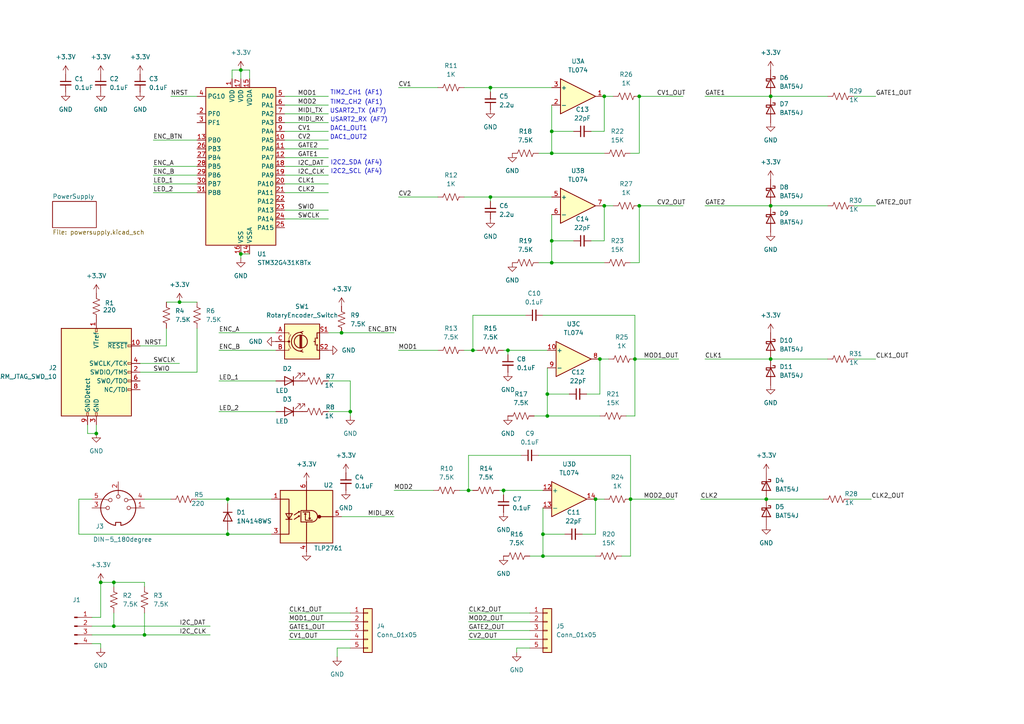
<source format=kicad_sch>
(kicad_sch (version 20231120) (generator "eeschema") (generator_version "8.0")
  (paper "A4")
  (junction (at 157.48 161.29))
  (junction (at 135.89 142.24))
  (junction (at 158.75 120.65))
  (junction (at 101.6 119.38))
  (junction (at 160.02 38.1))
  (junction (at 69.85 73.66))
  (junction (at 160.02 76.2))
  (junction (at 66.04 154.94))
  (junction (at 175.26 27.94))
  (junction (at 147.32 101.6))
  (junction (at 29.21 168.91))
  (junction (at 66.04 144.78))
  (junction (at 185.42 27.94))
  (junction (at 33.02 181.61))
  (junction (at 160.02 69.85))
  (junction (at 173.99 104.14))
  (junction (at 184.15 104.14))
  (junction (at 223.52 27.94))
  (junction (at 223.52 59.69))
  (junction (at 157.48 154.94))
  (junction (at 52.07 87.63))
  (junction (at 33.02 168.91))
  (junction (at 175.26 59.69))
  (junction (at 222.25 144.78))
  (junction (at 172.72 144.78))
  (junction (at 69.85 20.32))
  (junction (at 137.16 101.6))
  (junction (at 41.91 184.15))
  (junction (at 142.24 25.4))
  (junction (at 160.02 44.45))
  (junction (at 142.24 57.15))
  (junction (at 99.06 96.52))
  (junction (at 27.94 125.73))
  (junction (at 158.75 114.3))
  (junction (at 223.52 104.14))
  (junction (at 182.88 144.78))
  (junction (at 146.05 142.24))
  (junction (at 185.42 59.69))
  (wire (pts (xy 158.75 106.68) (xy 158.75 114.3)))
  (wire (pts (xy 134.62 25.4) (xy 142.24 25.4)))
  (wire (pts (xy 97.79 187.96) (xy 97.79 190.5)))
  (wire (pts (xy 82.55 35.56) (xy 95.25 35.56)))
  (wire (pts (xy 25.4 123.19) (xy 25.4 125.73)))
  (wire (pts (xy 26.67 179.07) (xy 29.21 179.07)))
  (wire (pts (xy 185.42 27.94) (xy 185.42 44.45)))
  (wire (pts (xy 57.15 107.95) (xy 57.15 95.25)))
  (wire (pts (xy 57.15 144.78) (xy 66.04 144.78)))
  (wire (pts (xy 147.32 101.6) (xy 147.32 102.87)))
  (wire (pts (xy 137.16 101.6) (xy 134.62 101.6)))
  (wire (pts (xy 246.38 144.78) (xy 252.73 144.78)))
  (wire (pts (xy 134.62 57.15) (xy 142.24 57.15)))
  (wire (pts (xy 83.82 180.34) (xy 101.6 180.34)))
  (wire (pts (xy 175.26 69.85) (xy 171.45 69.85)))
  (wire (pts (xy 44.45 50.8) (xy 57.15 50.8)))
  (wire (pts (xy 69.85 74.93) (xy 69.85 73.66)))
  (wire (pts (xy 223.52 59.69) (xy 240.03 59.69)))
  (wire (pts (xy 33.02 168.91) (xy 29.21 168.91)))
  (wire (pts (xy 160.02 38.1) (xy 166.37 38.1)))
  (wire (pts (xy 247.65 59.69) (xy 254 59.69)))
  (wire (pts (xy 173.99 104.14) (xy 176.53 104.14)))
  (wire (pts (xy 99.06 96.52) (xy 114.3 96.52)))
  (wire (pts (xy 22.86 144.78) (xy 22.86 154.94)))
  (wire (pts (xy 182.88 144.78) (xy 182.88 161.29)))
  (wire (pts (xy 160.02 57.15) (xy 142.24 57.15)))
  (wire (pts (xy 156.21 132.08) (xy 182.88 132.08)))
  (wire (pts (xy 146.05 101.6) (xy 147.32 101.6)))
  (wire (pts (xy 33.02 177.8) (xy 33.02 181.61)))
  (wire (pts (xy 182.88 144.78) (xy 195.58 144.78)))
  (wire (pts (xy 83.82 182.88) (xy 101.6 182.88)))
  (wire (pts (xy 175.26 27.94) (xy 177.8 27.94)))
  (wire (pts (xy 204.47 59.69) (xy 223.52 59.69)))
  (wire (pts (xy 149.86 187.96) (xy 149.86 189.23)))
  (wire (pts (xy 26.67 181.61) (xy 33.02 181.61)))
  (wire (pts (xy 223.52 27.94) (xy 240.03 27.94)))
  (wire (pts (xy 27.94 123.19) (xy 27.94 125.73)))
  (wire (pts (xy 82.55 45.72) (xy 95.25 45.72)))
  (wire (pts (xy 114.3 142.24) (xy 125.73 142.24)))
  (wire (pts (xy 184.15 104.14) (xy 184.15 120.65)))
  (wire (pts (xy 158.75 120.65) (xy 154.94 120.65)))
  (wire (pts (xy 157.48 142.24) (xy 146.05 142.24)))
  (wire (pts (xy 158.75 114.3) (xy 165.1 114.3)))
  (wire (pts (xy 157.48 161.29) (xy 172.72 161.29)))
  (wire (pts (xy 66.04 154.94) (xy 66.04 153.67)))
  (wire (pts (xy 135.89 180.34) (xy 153.67 180.34)))
  (wire (pts (xy 185.42 76.2) (xy 182.88 76.2)))
  (wire (pts (xy 78.74 154.94) (xy 66.04 154.94)))
  (wire (pts (xy 52.07 87.63) (xy 57.15 87.63)))
  (wire (pts (xy 175.26 27.94) (xy 175.26 38.1)))
  (wire (pts (xy 160.02 30.48) (xy 160.02 38.1)))
  (wire (pts (xy 99.06 149.86) (xy 114.3 149.86)))
  (wire (pts (xy 82.55 63.5) (xy 95.25 63.5)))
  (wire (pts (xy 83.82 177.8) (xy 101.6 177.8)))
  (wire (pts (xy 44.45 48.26) (xy 57.15 48.26)))
  (wire (pts (xy 67.31 22.86) (xy 67.31 20.32)))
  (wire (pts (xy 158.75 114.3) (xy 158.75 120.65)))
  (wire (pts (xy 44.45 40.64) (xy 57.15 40.64)))
  (wire (pts (xy 26.67 186.69) (xy 29.21 186.69)))
  (wire (pts (xy 101.6 110.49) (xy 101.6 119.38)))
  (wire (pts (xy 40.64 100.33) (xy 48.26 100.33)))
  (wire (pts (xy 135.89 132.08) (xy 135.89 142.24)))
  (wire (pts (xy 69.85 73.66) (xy 72.39 73.66)))
  (wire (pts (xy 135.89 177.8) (xy 153.67 177.8)))
  (wire (pts (xy 83.82 185.42) (xy 101.6 185.42)))
  (wire (pts (xy 223.52 104.14) (xy 240.03 104.14)))
  (wire (pts (xy 152.4 91.44) (xy 137.16 91.44)))
  (wire (pts (xy 135.89 185.42) (xy 153.67 185.42)))
  (wire (pts (xy 44.45 53.34) (xy 57.15 53.34)))
  (wire (pts (xy 160.02 25.4) (xy 142.24 25.4)))
  (wire (pts (xy 115.57 25.4) (xy 127 25.4)))
  (wire (pts (xy 144.78 142.24) (xy 146.05 142.24)))
  (wire (pts (xy 173.99 114.3) (xy 170.18 114.3)))
  (wire (pts (xy 175.26 59.69) (xy 175.26 69.85)))
  (wire (pts (xy 135.89 142.24) (xy 133.35 142.24)))
  (wire (pts (xy 82.55 33.02) (xy 95.25 33.02)))
  (wire (pts (xy 157.48 147.32) (xy 157.48 154.94)))
  (wire (pts (xy 184.15 120.65) (xy 181.61 120.65)))
  (wire (pts (xy 82.55 27.94) (xy 95.25 27.94)))
  (wire (pts (xy 49.53 27.94) (xy 57.15 27.94)))
  (wire (pts (xy 157.48 154.94) (xy 163.83 154.94)))
  (wire (pts (xy 173.99 104.14) (xy 173.99 114.3)))
  (wire (pts (xy 137.16 91.44) (xy 137.16 101.6)))
  (wire (pts (xy 151.13 132.08) (xy 135.89 132.08)))
  (wire (pts (xy 72.39 20.32) (xy 69.85 20.32)))
  (wire (pts (xy 185.42 59.69) (xy 185.42 76.2)))
  (wire (pts (xy 172.72 154.94) (xy 168.91 154.94)))
  (wire (pts (xy 82.55 60.96) (xy 95.25 60.96)))
  (wire (pts (xy 160.02 76.2) (xy 175.26 76.2)))
  (wire (pts (xy 48.26 87.63) (xy 52.07 87.63)))
  (wire (pts (xy 33.02 170.18) (xy 33.02 168.91)))
  (wire (pts (xy 82.55 55.88) (xy 95.25 55.88)))
  (wire (pts (xy 175.26 38.1) (xy 171.45 38.1)))
  (wire (pts (xy 41.91 184.15) (xy 60.96 184.15)))
  (wire (pts (xy 160.02 62.23) (xy 160.02 69.85)))
  (wire (pts (xy 82.55 48.26) (xy 95.25 48.26)))
  (wire (pts (xy 185.42 27.94) (xy 198.12 27.94)))
  (wire (pts (xy 72.39 22.86) (xy 72.39 20.32)))
  (wire (pts (xy 184.15 104.14) (xy 196.85 104.14)))
  (wire (pts (xy 157.48 91.44) (xy 184.15 91.44)))
  (wire (pts (xy 160.02 44.45) (xy 175.26 44.45)))
  (wire (pts (xy 82.55 50.8) (xy 95.25 50.8)))
  (wire (pts (xy 26.67 184.15) (xy 41.91 184.15)))
  (wire (pts (xy 135.89 142.24) (xy 137.16 142.24)))
  (wire (pts (xy 185.42 59.69) (xy 198.12 59.69)))
  (wire (pts (xy 95.25 110.49) (xy 101.6 110.49)))
  (wire (pts (xy 115.57 57.15) (xy 127 57.15)))
  (wire (pts (xy 203.2 144.78) (xy 222.25 144.78)))
  (wire (pts (xy 142.24 57.15) (xy 142.24 58.42)))
  (wire (pts (xy 157.48 154.94) (xy 157.48 161.29)))
  (wire (pts (xy 142.24 25.4) (xy 142.24 26.67)))
  (wire (pts (xy 182.88 132.08) (xy 182.88 144.78)))
  (wire (pts (xy 172.72 144.78) (xy 172.72 154.94)))
  (wire (pts (xy 135.89 182.88) (xy 153.67 182.88)))
  (wire (pts (xy 82.55 43.18) (xy 95.25 43.18)))
  (wire (pts (xy 172.72 144.78) (xy 175.26 144.78)))
  (wire (pts (xy 29.21 186.69) (xy 29.21 187.96)))
  (wire (pts (xy 184.15 91.44) (xy 184.15 104.14)))
  (wire (pts (xy 185.42 44.45) (xy 182.88 44.45)))
  (wire (pts (xy 101.6 119.38) (xy 101.6 120.65)))
  (wire (pts (xy 153.67 187.96) (xy 149.86 187.96)))
  (wire (pts (xy 48.26 95.25) (xy 48.26 100.33)))
  (wire (pts (xy 160.02 38.1) (xy 160.02 44.45)))
  (wire (pts (xy 22.86 154.94) (xy 66.04 154.94)))
  (wire (pts (xy 160.02 76.2) (xy 156.21 76.2)))
  (wire (pts (xy 160.02 69.85) (xy 166.37 69.85)))
  (wire (pts (xy 69.85 20.32) (xy 69.85 22.86)))
  (wire (pts (xy 247.65 104.14) (xy 254 104.14)))
  (wire (pts (xy 204.47 104.14) (xy 223.52 104.14)))
  (wire (pts (xy 63.5 96.52) (xy 80.01 96.52)))
  (wire (pts (xy 44.45 55.88) (xy 57.15 55.88)))
  (wire (pts (xy 66.04 144.78) (xy 78.74 144.78)))
  (wire (pts (xy 67.31 20.32) (xy 69.85 20.32)))
  (wire (pts (xy 41.91 168.91) (xy 33.02 168.91)))
  (wire (pts (xy 63.5 101.6) (xy 80.01 101.6)))
  (wire (pts (xy 137.16 101.6) (xy 138.43 101.6)))
  (wire (pts (xy 99.06 96.52) (xy 95.25 96.52)))
  (wire (pts (xy 29.21 179.07) (xy 29.21 168.91)))
  (wire (pts (xy 40.64 105.41) (xy 52.07 105.41)))
  (wire (pts (xy 41.91 170.18) (xy 41.91 168.91)))
  (wire (pts (xy 82.55 30.48) (xy 95.25 30.48)))
  (wire (pts (xy 160.02 69.85) (xy 160.02 76.2)))
  (wire (pts (xy 95.25 119.38) (xy 101.6 119.38)))
  (wire (pts (xy 146.05 142.24) (xy 146.05 143.51)))
  (wire (pts (xy 82.55 38.1) (xy 95.25 38.1)))
  (wire (pts (xy 63.5 110.49) (xy 80.01 110.49)))
  (wire (pts (xy 158.75 101.6) (xy 147.32 101.6)))
  (wire (pts (xy 33.02 181.61) (xy 60.96 181.61)))
  (wire (pts (xy 101.6 187.96) (xy 97.79 187.96)))
  (wire (pts (xy 158.75 120.65) (xy 173.99 120.65)))
  (wire (pts (xy 41.91 144.78) (xy 49.53 144.78)))
  (wire (pts (xy 26.67 144.78) (xy 22.86 144.78)))
  (wire (pts (xy 82.55 53.34) (xy 95.25 53.34)))
  (wire (pts (xy 63.5 119.38) (xy 80.01 119.38)))
  (wire (pts (xy 204.47 27.94) (xy 223.52 27.94)))
  (wire (pts (xy 25.4 125.73) (xy 27.94 125.73)))
  (wire (pts (xy 157.48 161.29) (xy 153.67 161.29)))
  (wire (pts (xy 247.65 27.94) (xy 254 27.94)))
  (wire (pts (xy 40.64 107.95) (xy 57.15 107.95)))
  (wire (pts (xy 175.26 59.69) (xy 177.8 59.69)))
  (wire (pts (xy 160.02 44.45) (xy 156.21 44.45)))
  (wire (pts (xy 182.88 161.29) (xy 180.34 161.29)))
  (wire (pts (xy 222.25 144.78) (xy 238.76 144.78)))
  (wire (pts (xy 66.04 144.78) (xy 66.04 146.05)))
  (wire (pts (xy 115.57 101.6) (xy 127 101.6)))
  (wire (pts (xy 41.91 177.8) (xy 41.91 184.15)))
  (wire (pts (xy 82.55 40.64) (xy 95.25 40.64)))
  (text "DAC1_OUT1" (at 101.092 37.338 0) (effects (font (size 1.27 1.27))))
  (text "TIM2_CH1 (AF1)" (at 103.378 26.924 0) (effects (font (size 1.27 1.27))))
  (text "TIM2_CH2 (AF1)" (at 103.378 29.718 0) (effects (font (size 1.27 1.27))))
  (text "USART2_TX (AF7)" (at 103.886 32.258 0) (effects (font (size 1.27 1.27))))
  (text "USART2_RX (AF7)" (at 104.14 34.798 0) (effects (font (size 1.27 1.27))))
  (text "DAC1_OUT2" (at 101.092 39.878 0) (effects (font (size 1.27 1.27))))
  (text "I2C2_SDA (AF4)" (at 103.378 47.244 0) (effects (font (size 1.27 1.27))))
  (text "I2C2_SCL (AF4)" (at 103.378 49.784 0) (effects (font (size 1.27 1.27))))
  (label "LED_1" (at 44.45 53.34 0))
  (label "CLK1_OUT" (at 83.82 177.8 0))
  (label "CLK2" (at 203.2 144.78 0))
  (label "SWIO" (at 44.45 107.95 0))
  (label "MOD1" (at 86.36 27.94 0))
  (label "MOD2" (at 86.36 30.48 0))
  (label "GATE2_OUT" (at 254 59.69 0))
  (label "MOD2_OUT" (at 186.69 144.78 0))
  (label "ENC_B" (at 63.5 101.6 0))
  (label "NRST" (at 49.53 27.94 0))
  (label "ENC_B" (at 44.45 50.8 0))
  (label "GATE2_OUT" (at 135.89 182.88 0))
  (label "ENC_A" (at 44.45 48.26 0))
  (label "CV2_OUT" (at 190.5 59.69 0))
  (label "LED_1" (at 63.5 110.49 0))
  (label "GATE2" (at 86.36 43.18 0))
  (label "MOD1_OUT" (at 83.82 180.34 0))
  (label "MIDI_RX" (at 106.68 149.86 0))
  (label "GATE1" (at 86.36 45.72 0))
  (label "CLK1_OUT" (at 254 104.14 0))
  (label "SWCLK" (at 86.36 63.5 0))
  (label "MOD1_OUT" (at 186.69 104.14 0))
  (label "ENC_BTN" (at 44.45 40.64 0))
  (label "I2C_DAT" (at 52.07 181.61 0))
  (label "LED_2" (at 63.5 119.38 0))
  (label "CLK2_OUT" (at 135.89 177.8 0))
  (label "CLK1" (at 86.36 53.34 0))
  (label "GATE1_OUT" (at 254 27.94 0))
  (label "LED_2" (at 44.45 55.88 0))
  (label "I2C_DAT" (at 86.36 48.26 0))
  (label "CV2_OUT" (at 135.89 185.42 0))
  (label "MOD2_OUT" (at 135.89 180.34 0))
  (label "CV1_OUT" (at 83.82 185.42 0))
  (label "CLK1" (at 204.47 104.14 0))
  (label "I2C_CLK" (at 52.07 184.15 0))
  (label "CV2" (at 115.57 57.15 0))
  (label "GATE2" (at 204.47 59.69 0))
  (label "SWIO" (at 86.36 60.96 0))
  (label "MIDI_TX" (at 86.36 33.02 0))
  (label "CLK2" (at 86.36 55.88 0))
  (label "CV1_OUT" (at 190.5 27.94 0))
  (label "GATE1_OUT" (at 83.82 182.88 0))
  (label "CLK2_OUT" (at 252.73 144.78 0))
  (label "I2C_CLK" (at 86.36 50.8 0))
  (label "CV1" (at 115.57 25.4 0))
  (label "ENC_BTN" (at 106.68 96.52 0))
  (label "MIDI_RX" (at 86.36 35.56 0))
  (label "CV2" (at 86.36 40.64 0))
  (label "MOD2" (at 114.3 142.24 0))
  (label "MOD1" (at 115.57 101.6 0))
  (label "NRST" (at 41.91 100.33 0))
  (label "CV1" (at 86.36 38.1 0))
  (label "ENC_A" (at 63.5 96.52 0))
  (label "GATE1" (at 204.47 27.94 0))
  (label "SWCLK" (at 44.45 105.41 0))
  (symbol (lib_id "power:GND") (at 97.79 190.5 0) (unit 1)
    (property "Reference" "#PWR018" (effects (hide yes)))
    (property "Value" "GND" (at 97.79 195.58 0))
    (property "Description" "Power symbol creates a global label with name \"GND\" , ground" (effects (hide yes)))
  )
  (symbol (lib_id "power:GND") (at 147.32 120.65 0) (unit 1)
    (property "Reference" "#PWR028" (effects (hide yes)))
    (property "Value" "GND" (at 147.32 125.73 0))
    (property "Description" "Power symbol creates a global label with name \"GND\" , ground" (effects (hide yes)))
  )
  (symbol (lib_id "power:GND") (at 100.33 142.24 0) (unit 1)
    (property "Reference" "#PWR021" (effects (hide yes)))
    (property "Value" "GND" (at 100.33 147.32 0))
    (property "Description" "Power symbol creates a global label with name \"GND\" , ground" (effects (hide yes)))
  )
  (symbol (lib_id "Device:R_US") (at 242.57 144.78 270) (unit 1)
    (property "Reference" "R28" (at 246.888 143.256 90))
    (property "Value" "1K" (at 246.38 145.796 90))
    (property "Footprint" "Resistor_SMD:R_0603_1608Metric" (effects (hide yes)))
    (property "Description" "Resistor, US symbol" (effects (hide yes)))
  )
  (symbol (lib_id "Device:C_Small") (at 142.24 29.21 180) (unit 1)
    (property "Reference" "C5" (at 144.78 27.9335 0) (effects (justify right)))
    (property "Value" "2.2u" (at 144.78 30.4735 0) (effects (justify right)))
    (property "Footprint" "Capacitor_SMD:C_0805_2012Metric" (effects (hide yes)))
    (property "Description" "Unpolarized capacitor, small symbol" (effects (hide yes)))
  )
  (symbol (lib_id "Device:R_US") (at 140.97 142.24 270) (unit 1)
    (property "Reference" "R14" (at 140.97 135.89 90))
    (property "Value" "7.5K" (at 140.97 138.43 90))
    (property "Footprint" "Resistor_SMD:R_0603_1608Metric" (effects (hide yes)))
    (property "Description" "Resistor, US symbol" (effects (hide yes)))
  )
  (symbol (lib_id "Connector_Generic:Conn_01x05") (at 158.75 182.88 0) (unit 1)
    (property "Reference" "J5" (at 161.29 181.6099 0) (effects (justify left)))
    (property "Value" "Conn_01x05" (at 161.29 184.1499 0) (effects (justify left)))
    (property "Footprint" "Connector_JST:JST_XH_B5B-XH-A_1x05_P2.50mm_Vertical" (effects (hide yes)))
    (property "Description" "Generic connector, single row, 01x05, script generated (kicad-library-utils/schlib/autogen/connector/)" (effects (hide yes)))
  )
  (symbol (lib_id "Diode:BAT54J") (at 223.52 107.95 270) (unit 1)
    (property "Reference" "D11" (at 226.06 106.3624 90) (effects (justify left)))
    (property "Value" "BAT54J" (at 226.06 108.9024 90) (effects (justify left)))
    (property "Footprint" "Diode_SMD:D_SOD-323F" (effects (hide yes)))
    (property "Datasheet" "https://assets.nexperia.com/documents/data-sheet/BAT54J.pdf" (effects (hide yes)))
    (property "Description" "30V 200mA Schottky diode, SOD-323F" (effects (hide yes)))
  )
  (symbol (lib_id "Device:R_US") (at 130.81 101.6 270) (unit 1)
    (property "Reference" "R13" (at 130.81 95.25 90))
    (property "Value" "7.5K" (at 130.81 97.79 90))
    (property "Footprint" "Resistor_SMD:R_0603_1608Metric" (effects (hide yes)))
    (property "Description" "Resistor, US symbol" (effects (hide yes)))
  )
  (symbol (lib_id "power:+3.3V") (at 223.52 52.07 0) (unit 1)
    (property "Reference" "#PWR036" (effects (hide yes)))
    (property "Value" "+3.3V" (at 223.52 46.99 0))
    (property "Description" "Power symbol creates a global label with name \"+3.3V\"" (effects (hide yes)))
  )
  (symbol (lib_id "power:GND") (at 223.52 67.31 0) (unit 1)
    (property "Reference" "#PWR037" (effects (hide yes)))
    (property "Value" "GND" (at 223.52 72.39 0))
    (property "Description" "Power symbol creates a global label with name \"GND\" , ground" (effects (hide yes)))
  )
  (symbol (lib_id "Device:C_Small") (at 153.67 132.08 90) (unit 1)
    (property "Reference" "C9" (at 153.6763 125.73 90))
    (property "Value" "0.1uF" (at 153.6763 128.27 90))
    (property "Footprint" "Capacitor_SMD:C_0603_1608Metric" (effects (hide yes)))
    (property "Description" "Unpolarized capacitor, small symbol" (effects (hide yes)))
  )
  (symbol (lib_id "Amplifier_Operational:TL074") (at 165.1 144.78 0) (unit 4)
    (property "Reference" "U3" (at 165.1 134.62 0))
    (property "Value" "TL074" (at 165.1 137.16 0))
    (property "Footprint" "Package_SO:SOIC-14_3.9x8.7mm_P1.27mm" (effects (hide yes)))
    (property "Datasheet" "http://www.ti.com/lit/ds/symlink/tl071.pdf" (effects (hide yes)))
    (property "Description" "Quad Low-Noise JFET-Input Operational Amplifiers, DIP-14/SOIC-14" (effects (hide yes)))
  )
  (symbol (lib_id "Device:R_US") (at 130.81 57.15 270) (unit 1)
    (property "Reference" "R12" (at 130.81 50.8 90))
    (property "Value" "1K" (at 130.81 53.34 90))
    (property "Footprint" "Resistor_SMD:R_0603_1608Metric" (effects (hide yes)))
    (property "Description" "Resistor, US symbol" (effects (hide yes)))
  )
  (symbol (lib_id "Connector_Generic:Conn_01x05") (at 106.68 182.88 0) (unit 1)
    (property "Reference" "J4" (at 109.22 181.6099 0) (effects (justify left)))
    (property "Value" "Conn_01x05" (at 109.22 184.1499 0) (effects (justify left)))
    (property "Footprint" "Connector_JST:JST_XH_B5B-XH-A_1x05_P2.50mm_Vertical" (effects (hide yes)))
    (property "Description" "Generic connector, single row, 01x05, script generated (kicad-library-utils/schlib/autogen/connector/)" (effects (hide yes)))
  )
  (symbol (lib_id "power:+3.3V") (at 27.94 85.09 0) (unit 1)
    (property "Reference" "#PWR03" (effects (hide yes)))
    (property "Value" "+3.3V" (at 27.94 80.01 0))
    (property "Description" "Power symbol creates a global label with name \"+3.3V\"" (effects (hide yes)))
  )
  (symbol (lib_id "Diode:BAT54J") (at 223.52 100.33 270) (unit 1)
    (property "Reference" "D10" (at 226.06 98.7424 90) (effects (justify left)))
    (property "Value" "BAT54J" (at 226.06 101.2824 90) (effects (justify left)))
    (property "Footprint" "Diode_SMD:D_SOD-323F" (effects (hide yes)))
    (property "Datasheet" "https://assets.nexperia.com/documents/data-sheet/BAT54J.pdf" (effects (hide yes)))
    (property "Description" "30V 200mA Schottky diode, SOD-323F" (effects (hide yes)))
  )
  (symbol (lib_id "Device:R_US") (at 129.54 142.24 270) (unit 1)
    (property "Reference" "R10" (at 129.54 135.89 90))
    (property "Value" "7.5K" (at 129.54 138.43 90))
    (property "Footprint" "Resistor_SMD:R_0603_1608Metric" (effects (hide yes)))
    (property "Description" "Resistor, US symbol" (effects (hide yes)))
  )
  (symbol (lib_id "Device:R_US") (at 177.8 120.65 270) (unit 1)
    (property "Reference" "R21" (at 177.8 114.3 90))
    (property "Value" "15K" (at 177.8 116.84 90))
    (property "Footprint" "Resistor_SMD:R_0603_1608Metric" (effects (hide yes)))
    (property "Description" "Resistor, US symbol" (effects (hide yes)))
  )
  (symbol (lib_id "Device:C_Small") (at 29.21 24.13 0) (unit 1)
    (property "Reference" "C2" (at 31.75 22.8662 0) (effects (justify left)))
    (property "Value" "0.1uF" (at 31.75 25.4062 0) (effects (justify left)))
    (property "Footprint" "Capacitor_SMD:C_0603_1608Metric" (effects (hide yes)))
    (property "Description" "Unpolarized capacitor, small symbol" (effects (hide yes)))
  )
  (symbol (lib_id "Device:C_Small") (at 154.94 91.44 90) (unit 1)
    (property "Reference" "C10" (at 154.9463 85.09 90))
    (property "Value" "0.1uF" (at 154.9463 87.63 90))
    (property "Footprint" "Capacitor_SMD:C_0603_1608Metric" (effects (hide yes)))
    (property "Description" "Unpolarized capacitor, small symbol" (effects (hide yes)))
  )
  (symbol (lib_id "Device:C_Small") (at 168.91 69.85 90) (unit 1)
    (property "Reference" "C14" (at 168.9163 63.5 90))
    (property "Value" "22pF" (at 168.9163 66.04 90))
    (property "Footprint" "Capacitor_SMD:C_0603_1608Metric" (effects (hide yes)))
    (property "Description" "Unpolarized capacitor, small symbol" (effects (hide yes)))
  )
  (symbol (lib_id "Diode:BAT54J") (at 223.52 63.5 270) (unit 1)
    (property "Reference" "D9" (at 226.06 61.9124 90) (effects (justify left)))
    (property "Value" "BAT54J" (at 226.06 64.4524 90) (effects (justify left)))
    (property "Footprint" "Diode_SMD:D_SOD-323F" (effects (hide yes)))
    (property "Datasheet" "https://assets.nexperia.com/documents/data-sheet/BAT54J.pdf" (effects (hide yes)))
    (property "Description" "30V 200mA Schottky diode, SOD-323F" (effects (hide yes)))
  )
  (symbol (lib_id "power:GND") (at 40.64 26.67 0) (unit 1)
    (property "Reference" "#PWR010" (effects (hide yes)))
    (property "Value" "GND" (at 40.64 31.75 0))
    (property "Description" "Power symbol creates a global label with name \"GND\" , ground" (effects (hide yes)))
  )
  (symbol (lib_id "Device:C_Small") (at 168.91 38.1 90) (unit 1)
    (property "Reference" "C13" (at 168.9163 31.75 90))
    (property "Value" "22pF" (at 168.9163 34.29 90))
    (property "Footprint" "Capacitor_SMD:C_0603_1608Metric" (effects (hide yes)))
    (property "Description" "Unpolarized capacitor, small symbol" (effects (hide yes)))
  )
  (symbol (lib_id "Device:R_US") (at 176.53 161.29 270) (unit 1)
    (property "Reference" "R20" (at 176.53 154.94 90))
    (property "Value" "15K" (at 176.53 157.48 90))
    (property "Footprint" "Resistor_SMD:R_0603_1608Metric" (effects (hide yes)))
    (property "Description" "Resistor, US symbol" (effects (hide yes)))
  )
  (symbol (lib_id "power:+3.3V") (at 99.06 88.9 0) (unit 1)
    (property "Reference" "#PWR019" (effects (hide yes)))
    (property "Value" "+3.3V" (at 99.06 83.82 0))
    (property "Description" "Power symbol creates a global label with name \"+3.3V\"" (effects (hide yes)))
  )
  (symbol (lib_id "Amplifier_Operational:TL074") (at 167.64 27.94 0) (unit 1)
    (property "Reference" "U3" (at 167.64 17.78 0))
    (property "Value" "TL074" (at 167.64 20.32 0))
    (property "Footprint" "Package_SO:SOIC-14_3.9x8.7mm_P1.27mm" (effects (hide yes)))
    (property "Datasheet" "http://www.ti.com/lit/ds/symlink/tl071.pdf" (effects (hide yes)))
    (property "Description" "Quad Low-Noise JFET-Input Operational Amplifiers, DIP-14/SOIC-14" (effects (hide yes)))
  )
  (symbol (lib_id "Device:R_US") (at 243.84 59.69 270) (unit 1)
    (property "Reference" "R30" (at 248.158 58.166 90))
    (property "Value" "1K" (at 247.65 60.706 90))
    (property "Footprint" "Resistor_SMD:R_0603_1608Metric" (effects (hide yes)))
    (property "Description" "Resistor, US symbol" (effects (hide yes)))
  )
  (symbol (lib_id "power:+3.3V") (at 29.21 21.59 0) (unit 1)
    (property "Reference" "#PWR05" (effects (hide yes)))
    (property "Value" "+3.3V" (at 29.21 16.51 0))
    (property "Description" "Power symbol creates a global label with name \"+3.3V\"" (effects (hide yes)))
  )
  (symbol (lib_id "Device:C_Small") (at 40.64 24.13 0) (unit 1)
    (property "Reference" "C3" (at 43.18 22.8662 0) (effects (justify left)))
    (property "Value" "0.1uF" (at 43.18 25.4062 0) (effects (justify left)))
    (property "Footprint" "Capacitor_SMD:C_0603_1608Metric" (effects (hide yes)))
    (property "Description" "Unpolarized capacitor, small symbol" (effects (hide yes)))
  )
  (symbol (lib_id "Connector:Conn_ARM_JTAG_SWD_10") (at 27.94 107.95 0) (unit 1)
    (property "Reference" "J2" (at 16.51 106.6799 0) (effects (justify right)))
    (property "Value" "Conn_ARM_JTAG_SWD_10" (at 16.51 109.2199 0) (effects (justify right)))
    (property "Footprint" "Connector_PinHeader_1.27mm:PinHeader_2x05_P1.27mm_Vertical" (effects (hide yes)))
    (property "Datasheet" "http://infocenter.arm.com/help/topic/com.arm.doc.ddi0314h/DDI0314H_coresight_components_trm.pdf" (effects (hide yes)))
    (property "Description" "Cortex Debug Connector, standard ARM Cortex-M SWD and JTAG interface" (effects (hide yes)))
  )
  (symbol (lib_id "power:GND") (at 142.24 63.5 0) (unit 1)
    (property "Reference" "#PWR024" (effects (hide yes)))
    (property "Value" "GND" (at 142.24 68.58 0))
    (property "Description" "Power symbol creates a global label with name \"GND\" , ground" (effects (hide yes)))
  )
  (symbol (lib_id "power:GND") (at 19.05 26.67 0) (unit 1)
    (property "Reference" "#PWR02" (effects (hide yes)))
    (property "Value" "GND" (at 19.05 31.75 0))
    (property "Description" "Power symbol creates a global label with name \"GND\" , ground" (effects (hide yes)))
  )
  (symbol (lib_id "Isolator:TLP2761") (at 88.9 149.86 0) (unit 1)
    (property "Reference" "U2" (at 95.25 140.716 0))
    (property "Value" "TLP2761" (at 95.25 159.004 0))
    (property "Footprint" "Package_SO:SO-6L_10x3.84mm_P1.27mm" (effects (hide yes)))
    (property "Datasheet" "https://toshiba.semicon-storage.com/info/docget.jsp?did=28819&prodName=TLP2761" (effects (hide yes)))
    (property "Description" "15-Mbps inverting photocouple,5 kVrms, 2.7 - 5.5 Vdd, push-pull output" (effects (hide yes)))
  )
  (symbol (lib_id "Connector:Conn_01x04_Pin") (at 21.59 181.61 0) (unit 1)
    (property "Reference" "J1" (at 22.225 173.99 0))
    (property "Value" "Conn_01x04_Pin" (effects (hide yes)))
    (property "Footprint" "Connector_PinHeader_2.54mm:PinHeader_1x04_P2.54mm_Vertical" (effects (hide yes)))
    (property "Description" "Generic connector, single row, 01x04, script generated" (effects (hide yes)))
  )
  (symbol (lib_id "Device:R_US") (at 151.13 120.65 270) (unit 1)
    (property "Reference" "R17" (at 151.13 114.3 90))
    (property "Value" "7.5K" (at 151.13 116.84 90))
    (property "Footprint" "Resistor_SMD:R_0603_1608Metric" (effects (hide yes)))
    (property "Description" "Resistor, US symbol" (effects (hide yes)))
  )
  (symbol (lib_id "power:GND") (at 88.9 160.02 0) (unit 1)
    (property "Reference" "#PWR016" (effects (hide yes)))
    (property "Value" "GND" (effects (hide yes)))
    (property "Description" "Power symbol creates a global label with name \"GND\" , ground" (effects (hide yes)))
  )
  (symbol (lib_id "MCU_ST_STM32G4:STM32G431KBTx") (at 69.85 48.26 0) (unit 1)
    (property "Reference" "U1" (at 74.5841 73.66 0) (effects (justify left)))
    (property "Value" "STM32G431KBTx" (at 74.5841 76.2 0) (effects (justify left)))
    (property "Footprint" "Package_QFP:LQFP-32_7x7mm_P0.8mm" (effects (hide yes)))
    (property "Datasheet" "https://www.st.com/resource/en/datasheet/stm32g431kb.pdf" (effects (hide yes)))
    (property "Description" "STMicroelectronics Arm Cortex-M4 MCU, 128KB flash, 32KB RAM, 170 MHz, 1.71-3.6V, 26 GPIO, LQFP32" (effects (hide yes)))
  )
  (symbol (lib_id "Device:R_US") (at 152.4 44.45 270) (unit 1)
    (property "Reference" "R18" (at 152.4 38.1 90))
    (property "Value" "7.5K" (at 152.4 40.64 90))
    (property "Footprint" "Resistor_SMD:R_0603_1608Metric" (effects (hide yes)))
    (property "Description" "Resistor, US symbol" (effects (hide yes)))
  )
  (symbol (lib_id "power:+3.3V") (at 40.64 21.59 0) (unit 1)
    (property "Reference" "#PWR09" (effects (hide yes)))
    (property "Value" "+3.3V" (at 40.64 16.51 0))
    (property "Description" "Power symbol creates a global label with name \"+3.3V\"" (effects (hide yes)))
  )
  (symbol (lib_id "Device:R_US") (at 99.06 92.71 0) (unit 1)
    (property "Reference" "R9" (at 101.6 91.4399 0) (effects (justify left)))
    (property "Value" "7.5K" (at 101.6 93.9799 0) (effects (justify left)))
    (property "Footprint" "Resistor_SMD:R_0603_1608Metric" (effects (hide yes)))
    (property "Description" "Resistor, US symbol" (effects (hide yes)))
  )
  (symbol (lib_id "power:+3.3V") (at 100.33 137.16 0) (unit 1)
    (property "Reference" "#PWR020" (effects (hide yes)))
    (property "Value" "+3.3V" (at 100.33 132.08 0))
    (property "Description" "Power symbol creates a global label with name \"+3.3V\"" (effects (hide yes)))
  )
  (symbol (lib_id "Diode:BAT54J") (at 223.52 24.13 270) (unit 1)
    (property "Reference" "D6" (at 226.06 22.5424 90) (effects (justify left)))
    (property "Value" "BAT54J" (at 226.06 25.0824 90) (effects (justify left)))
    (property "Footprint" "Diode_SMD:D_SOD-323F" (effects (hide yes)))
    (property "Datasheet" "https://assets.nexperia.com/documents/data-sheet/BAT54J.pdf" (effects (hide yes)))
    (property "Description" "30V 200mA Schottky diode, SOD-323F" (effects (hide yes)))
  )
  (symbol (lib_id "Device:R_US") (at 41.91 173.99 0) (unit 1)
    (property "Reference" "R3" (at 44.45 172.7199 0) (effects (justify left)))
    (property "Value" "7.5K" (at 44.45 175.2599 0) (effects (justify left)))
    (property "Footprint" "Resistor_SMD:R_0603_1608Metric" (effects (hide yes)))
    (property "Description" "Resistor, US symbol" (effects (hide yes)))
  )
  (symbol (lib_id "Diode:BAT54J") (at 222.25 140.97 270) (unit 1)
    (property "Reference" "D4" (at 224.79 139.3824 90) (effects (justify left)))
    (property "Value" "BAT54J" (at 224.79 141.9224 90) (effects (justify left)))
    (property "Footprint" "Diode_SMD:D_SOD-323F" (effects (hide yes)))
    (property "Datasheet" "https://assets.nexperia.com/documents/data-sheet/BAT54J.pdf" (effects (hide yes)))
    (property "Description" "30V 200mA Schottky diode, SOD-323F" (effects (hide yes)))
  )
  (symbol (lib_id "power:+3.3V") (at 222.25 137.16 0) (unit 1)
    (property "Reference" "#PWR032" (effects (hide yes)))
    (property "Value" "+3.3V" (at 222.25 132.08 0))
    (property "Description" "Power symbol creates a global label with name \"+3.3V\"" (effects (hide yes)))
  )
  (symbol (lib_id "power:GND") (at 146.05 148.59 0) (unit 1)
    (property "Reference" "#PWR025" (effects (hide yes)))
    (property "Value" "GND" (at 146.05 153.67 0))
    (property "Description" "Power symbol creates a global label with name \"GND\" , ground" (effects (hide yes)))
  )
  (symbol (lib_id "power:GND") (at 29.21 26.67 0) (unit 1)
    (property "Reference" "#PWR06" (effects (hide yes)))
    (property "Value" "GND" (at 29.21 31.75 0))
    (property "Description" "Power symbol creates a global label with name \"GND\" , ground" (effects (hide yes)))
  )
  (symbol (lib_id "Device:LED") (at 83.82 119.38 180) (unit 1)
    (property "Reference" "D3" (at 83.312 115.824 0))
    (property "Value" "LED" (at 81.788 122.174 0))
    (property "Footprint" "LED_SMD:LED_0603_1608Metric" (effects (hide yes)))
    (property "Description" "Light emitting diode" (effects (hide yes)))
  )
  (symbol (lib_id "Device:C_Small") (at 19.05 24.13 0) (unit 1)
    (property "Reference" "C1" (at 21.59 22.8662 0) (effects (justify left)))
    (property "Value" "0.1uF" (at 21.59 25.4062 0) (effects (justify left)))
    (property "Footprint" "Capacitor_SMD:C_0603_1608Metric" (effects (hide yes)))
    (property "Description" "Unpolarized capacitor, small symbol" (effects (hide yes)))
  )
  (symbol (lib_id "Diode:BAT54J") (at 223.52 31.75 270) (unit 1)
    (property "Reference" "D7" (at 226.06 30.1624 90) (effects (justify left)))
    (property "Value" "BAT54J" (at 226.06 32.7024 90) (effects (justify left)))
    (property "Footprint" "Diode_SMD:D_SOD-323F" (effects (hide yes)))
    (property "Datasheet" "https://assets.nexperia.com/documents/data-sheet/BAT54J.pdf" (effects (hide yes)))
    (property "Description" "30V 200mA Schottky diode, SOD-323F" (effects (hide yes)))
  )
  (symbol (lib_id "power:GND") (at 223.52 35.56 0) (unit 1)
    (property "Reference" "#PWR035" (effects (hide yes)))
    (property "Value" "GND" (at 223.52 40.64 0))
    (property "Description" "Power symbol creates a global label with name \"GND\" , ground" (effects (hide yes)))
  )
  (symbol (lib_id "Device:C_Small") (at 167.64 114.3 90) (unit 1)
    (property "Reference" "C12" (at 167.6463 107.95 90))
    (property "Value" "22pF" (at 167.6463 110.49 90))
    (property "Footprint" "Capacitor_SMD:C_0603_1608Metric" (effects (hide yes)))
    (property "Description" "Unpolarized capacitor, small symbol" (effects (hide yes)))
  )
  (symbol (lib_id "Device:C_Small") (at 100.33 139.7 0) (unit 1)
    (property "Reference" "C4" (at 102.87 138.4362 0) (effects (justify left)))
    (property "Value" "0.1uF" (at 102.87 140.9762 0) (effects (justify left)))
    (property "Footprint" "Capacitor_SMD:C_0603_1608Metric" (effects (hide yes)))
    (property "Description" "Unpolarized capacitor, small symbol" (effects (hide yes)))
  )
  (symbol (lib_id "power:+3.3V") (at 223.52 96.52 0) (unit 1)
    (property "Reference" "#PWR038" (effects (hide yes)))
    (property "Value" "+3.3V" (at 223.52 91.44 0))
    (property "Description" "Power symbol creates a global label with name \"+3.3V\"" (effects (hide yes)))
  )
  (symbol (lib_id "Device:R_US") (at 91.44 119.38 270) (unit 1)
    (property "Reference" "R8" (at 95.758 118.11 90))
    (property "Value" "1K" (at 95.504 120.65 90))
    (property "Footprint" "Resistor_SMD:R_0603_1608Metric" (effects (hide yes)))
    (property "Description" "Resistor, US symbol" (effects (hide yes)))
  )
  (symbol (lib_id "Device:R_US") (at 149.86 161.29 270) (unit 1)
    (property "Reference" "R16" (at 149.86 154.94 90))
    (property "Value" "7.5K" (at 149.86 157.48 90))
    (property "Footprint" "Resistor_SMD:R_0603_1608Metric" (effects (hide yes)))
    (property "Description" "Resistor, US symbol" (effects (hide yes)))
  )
  (symbol (lib_id "power:GND") (at 69.85 74.93 0) (unit 1)
    (property "Reference" "#PWR013" (effects (hide yes)))
    (property "Value" "GND" (at 69.85 80.01 0))
    (property "Description" "Power symbol creates a global label with name \"GND\" , ground" (effects (hide yes)))
  )
  (symbol (lib_id "Device:R_US") (at 152.4 76.2 270) (unit 1)
    (property "Reference" "R19" (at 152.4 69.85 90))
    (property "Value" "7.5K" (at 152.4 72.39 90))
    (property "Footprint" "Resistor_SMD:R_0603_1608Metric" (effects (hide yes)))
    (property "Description" "Resistor, US symbol" (effects (hide yes)))
  )
  (symbol (lib_id "power:GND") (at 29.21 187.96 0) (unit 1)
    (property "Reference" "#PWR08" (effects (hide yes)))
    (property "Value" "GND" (at 29.21 193.04 0))
    (property "Description" "Power symbol creates a global label with name \"GND\" , ground" (effects (hide yes)))
  )
  (symbol (lib_id "Device:R_US") (at 27.94 88.9 0) (unit 1)
    (property "Reference" "R1" (at 31.75 87.884 0))
    (property "Value" "220" (at 31.75 89.916 0))
    (property "Footprint" "Resistor_SMD:R_0603_1608Metric" (effects (hide yes)))
    (property "Description" "Resistor, US symbol" (effects (hide yes)))
  )
  (symbol (lib_id "power:GND") (at 148.59 76.2 0) (unit 1)
    (property "Reference" "#PWR030" (effects (hide yes)))
    (property "Value" "GND" (at 148.59 81.28 0))
    (property "Description" "Power symbol creates a global label with name \"GND\" , ground" (effects (hide yes)))
  )
  (symbol (lib_id "Diode:BAT54J") (at 222.25 148.59 270) (unit 1)
    (property "Reference" "D5" (at 224.79 147.0024 90) (effects (justify left)))
    (property "Value" "BAT54J" (at 224.79 149.5424 90) (effects (justify left)))
    (property "Footprint" "Diode_SMD:D_SOD-323F" (effects (hide yes)))
    (property "Datasheet" "https://assets.nexperia.com/documents/data-sheet/BAT54J.pdf" (effects (hide yes)))
    (property "Description" "30V 200mA Schottky diode, SOD-323F" (effects (hide yes)))
  )
  (symbol (lib_id "power:GND") (at 147.32 107.95 0) (unit 1)
    (property "Reference" "#PWR027" (effects (hide yes)))
    (property "Value" "GND" (at 147.32 113.03 0))
    (property "Description" "Power symbol creates a global label with name \"GND\" , ground" (effects (hide yes)))
  )
  (symbol (lib_id "Device:R_US") (at 142.24 101.6 270) (unit 1)
    (property "Reference" "R15" (at 142.24 95.25 90))
    (property "Value" "7.5K" (at 142.24 97.79 90))
    (property "Footprint" "Resistor_SMD:R_0603_1608Metric" (effects (hide yes)))
    (property "Description" "Resistor, US symbol" (effects (hide yes)))
  )
  (symbol (lib_id "Device:LED") (at 83.82 110.49 180) (unit 1)
    (property "Reference" "D2" (at 83.312 106.934 0))
    (property "Value" "LED" (at 81.788 113.284 0))
    (property "Footprint" "LED_SMD:LED_0603_1608Metric" (effects (hide yes)))
    (property "Description" "Light emitting diode" (effects (hide yes)))
  )
  (symbol (lib_id "Connector:DIN-5_180degree") (at 34.29 147.32 0) (mirror y) (unit 1)
    (property "Reference" "J3" (at 28.956 152.654 0))
    (property "Value" "DIN-5_180degree" (at 35.56 156.464 0))
    (property "Footprint" "Eurocad:MIDI_DIN5" (effects (hide yes)))
    (property "Datasheet" "http://www.mouser.com/ds/2/18/40_c091_abd_e-75918.pdf" (effects (hide yes)))
    (property "Description" "5-pin DIN connector (5-pin DIN-5 stereo)" (effects (hide yes)))
  )
  (symbol (lib_id "power:+3.3V") (at 29.21 168.91 0) (unit 1)
    (property "Reference" "#PWR07" (effects (hide yes)))
    (property "Value" "+3.3V" (at 29.21 163.83 0))
    (property "Description" "Power symbol creates a global label with name \"+3.3V\"" (effects (hide yes)))
  )
  (symbol (lib_id "Device:R_US") (at 130.81 25.4 270) (unit 1)
    (property "Reference" "R11" (at 130.81 19.05 90))
    (property "Value" "1K" (at 130.81 21.59 90))
    (property "Footprint" "Resistor_SMD:R_0603_1608Metric" (effects (hide yes)))
    (property "Description" "Resistor, US symbol" (effects (hide yes)))
  )
  (symbol (lib_id "power:GND") (at 95.25 101.6 90) (unit 1)
    (property "Reference" "#PWR017" (effects (hide yes)))
    (property "Value" "GND" (at 99.06 101.5999 90) (effects (justify right)))
    (property "Description" "Power symbol creates a global label with name \"GND\" , ground" (effects (hide yes)))
  )
  (symbol (lib_id "power:GND") (at 149.86 189.23 0) (unit 1)
    (property "Reference" "#PWR031" (effects (hide yes)))
    (property "Value" "GND" (at 149.86 194.31 0))
    (property "Description" "Power symbol creates a global label with name \"GND\" , ground" (effects (hide yes)))
  )
  (symbol (lib_id "Amplifier_Operational:TL074") (at 167.64 59.69 0) (unit 2)
    (property "Reference" "U3" (at 167.64 49.53 0))
    (property "Value" "TL074" (at 167.64 52.07 0))
    (property "Footprint" "Package_SO:SOIC-14_3.9x8.7mm_P1.27mm" (effects (hide yes)))
    (property "Datasheet" "http://www.ti.com/lit/ds/symlink/tl071.pdf" (effects (hide yes)))
    (property "Description" "Quad Low-Noise JFET-Input Operational Amplifiers, DIP-14/SOIC-14" (effects (hide yes)))
  )
  (symbol (lib_id "Device:RotaryEncoder_Switch") (at 87.63 99.06 0) (unit 1)
    (property "Reference" "SW1" (at 87.63 88.9 0))
    (property "Value" "RotaryEncoder_Switch" (at 87.63 91.44 0))
    (property "Footprint" "Rotary_Encoder:RotaryEncoder_Alps_EC11E-Switch_Vertical_H20mm" (effects (hide yes)))
    (property "Description" "Rotary encoder, dual channel, incremental quadrate outputs, with switch" (effects (hide yes)))
  )
  (symbol (lib_id "power:GND") (at 142.24 31.75 0) (unit 1)
    (property "Reference" "#PWR023" (effects (hide yes)))
    (property "Value" "GND" (at 142.24 36.83 0))
    (property "Description" "Power symbol creates a global label with name \"GND\" , ground" (effects (hide yes)))
  )
  (symbol (lib_id "Device:R_US") (at 33.02 173.99 0) (unit 1)
    (property "Reference" "R2" (at 35.56 172.7199 0) (effects (justify left)))
    (property "Value" "7.5K" (at 35.56 175.2599 0) (effects (justify left)))
    (property "Footprint" "Resistor_SMD:R_0603_1608Metric" (effects (hide yes)))
    (property "Description" "Resistor, US symbol" (effects (hide yes)))
  )
  (symbol (lib_id "Device:R_US") (at 181.61 27.94 270) (unit 1)
    (property "Reference" "R26" (at 181.61 21.59 90))
    (property "Value" "1K" (at 181.61 24.13 90))
    (property "Footprint" "Resistor_SMD:R_0603_1608Metric" (effects (hide yes)))
    (property "Description" "Resistor, US symbol" (effects (hide yes)))
  )
  (symbol (lib_id "Device:R_US") (at 179.07 44.45 270) (unit 1)
    (property "Reference" "R22" (at 179.07 38.1 90))
    (property "Value" "15K" (at 179.07 40.64 90))
    (property "Footprint" "Resistor_SMD:R_0603_1608Metric" (effects (hide yes)))
    (property "Description" "Resistor, US symbol" (effects (hide yes)))
  )
  (symbol (lib_id "Device:R_US") (at 181.61 59.69 270) (unit 1)
    (property "Reference" "R27" (at 181.61 53.34 90))
    (property "Value" "1K" (at 181.61 55.88 90))
    (property "Footprint" "Resistor_SMD:R_0603_1608Metric" (effects (hide yes)))
    (property "Description" "Resistor, US symbol" (effects (hide yes)))
  )
  (symbol (lib_id "power:+3.3V") (at 88.9 139.7 0) (unit 1)
    (property "Reference" "#PWR015" (effects (hide yes)))
    (property "Value" "+3.3V" (at 88.9 134.62 0))
    (property "Description" "Power symbol creates a global label with name \"+3.3V\"" (effects (hide yes)))
  )
  (symbol (lib_id "Diode:1N4148WS") (at 66.04 149.86 270) (unit 1)
    (property "Reference" "D1" (at 68.58 148.5899 90) (effects (justify left)))
    (property "Value" "1N4148WS" (at 68.58 151.1299 90) (effects (justify left)))
    (property "Footprint" "Diode_SMD:D_SOD-323" (effects (hide yes)))
    (property "Datasheet" "https://www.vishay.com/docs/85751/1n4148ws.pdf" (effects (hide yes)))
    (property "Description" "75V 0.15A Fast switching Diode, SOD-323" (effects (hide yes)))
    (property "Sim.Device" "D" (effects (hide yes)))
    (property "Sim.Pins" "1=K 2=A" (effects (hide yes)))
  )
  (symbol (lib_id "power:GND") (at 80.01 99.06 270) (unit 1)
    (property "Reference" "#PWR014" (effects (hide yes)))
    (property "Value" "GND" (at 76.2 99.0599 90) (effects (justify right)))
    (property "Description" "Power symbol creates a global label with name \"GND\" , ground" (effects (hide yes)))
  )
  (symbol (lib_id "power:GND") (at 146.05 161.29 0) (unit 1)
    (property "Reference" "#PWR026" (effects (hide yes)))
    (property "Value" "GND" (at 146.05 166.37 0))
    (property "Description" "Power symbol creates a global label with name \"GND\" , ground" (effects (hide yes)))
  )
  (symbol (lib_id "power:+3.3V") (at 223.52 20.32 0) (unit 1)
    (property "Reference" "#PWR034" (effects (hide yes)))
    (property "Value" "+3.3V" (at 223.52 15.24 0))
    (property "Description" "Power symbol creates a global label with name \"+3.3V\"" (effects (hide yes)))
  )
  (symbol (lib_id "Device:R_US") (at 48.26 91.44 0) (unit 1)
    (property "Reference" "R4" (at 50.8 90.1699 0) (effects (justify left)))
    (property "Value" "7.5K" (at 50.8 92.7099 0) (effects (justify left)))
    (property "Footprint" "Resistor_SMD:R_0603_1608Metric" (effects (hide yes)))
    (property "Description" "Resistor, US symbol" (effects (hide yes)))
  )
  (symbol (lib_id "Device:C_Small") (at 142.24 60.96 180) (unit 1)
    (property "Reference" "C6" (at 144.78 59.6835 0) (effects (justify right)))
    (property "Value" "2.2u" (at 144.78 62.2235 0) (effects (justify right)))
    (property "Footprint" "Capacitor_SMD:C_0805_2012Metric" (effects (hide yes)))
    (property "Description" "Unpolarized capacitor, small symbol" (effects (hide yes)))
  )
  (symbol (lib_id "Diode:BAT54J") (at 223.52 55.88 270) (unit 1)
    (property "Reference" "D8" (at 226.06 54.2924 90) (effects (justify left)))
    (property "Value" "BAT54J" (at 226.06 56.8324 90) (effects (justify left)))
    (property "Footprint" "Diode_SMD:D_SOD-323F" (effects (hide yes)))
    (property "Datasheet" "https://assets.nexperia.com/documents/data-sheet/BAT54J.pdf" (effects (hide yes)))
    (property "Description" "30V 200mA Schottky diode, SOD-323F" (effects (hide yes)))
  )
  (symbol (lib_id "power:GND") (at 223.52 111.76 0) (unit 1)
    (property "Reference" "#PWR039" (effects (hide yes)))
    (property "Value" "GND" (at 223.52 116.84 0))
    (property "Description" "Power symbol creates a global label with name \"GND\" , ground" (effects (hide yes)))
  )
  (symbol (lib_id "Device:R_US") (at 243.84 104.14 270) (unit 1)
    (property "Reference" "R31" (at 248.158 102.616 90))
    (property "Value" "1K" (at 247.65 105.156 90))
    (property "Footprint" "Resistor_SMD:R_0603_1608Metric" (effects (hide yes)))
    (property "Description" "Resistor, US symbol" (effects (hide yes)))
  )
  (symbol (lib_id "Device:C_Small") (at 147.32 105.41 0) (unit 1)
    (property "Reference" "C8" (at 149.86 104.1462 0) (effects (justify left)))
    (property "Value" "0.1uF" (at 149.86 106.6862 0) (effects (justify left)))
    (property "Footprint" "Capacitor_SMD:C_0603_1608Metric" (effects (hide yes)))
    (property "Description" "Unpolarized capacitor, small symbol" (effects (hide yes)))
  )
  (symbol (lib_id "power:+3.3V") (at 69.85 20.32 0) (unit 1)
    (property "Reference" "#PWR012" (effects (hide yes)))
    (property "Value" "+3.3V" (at 69.85 15.24 0))
    (property "Description" "Power symbol creates a global label with name \"+3.3V\"" (effects (hide yes)))
  )
  (symbol (lib_id "power:+3.3V") (at 52.07 87.63 0) (unit 1)
    (property "Reference" "#PWR011" (effects (hide yes)))
    (property "Value" "+3.3V" (at 52.07 82.55 0))
    (property "Description" "Power symbol creates a global label with name \"+3.3V\"" (effects (hide yes)))
  )
  (symbol (lib_id "power:GND") (at 148.59 44.45 0) (unit 1)
    (property "Reference" "#PWR029" (effects (hide yes)))
    (property "Value" "GND" (at 148.59 49.53 0))
    (property "Description" "Power symbol creates a global label with name \"GND\" , ground" (effects (hide yes)))
  )
  (symbol (lib_id "Device:R_US") (at 179.07 76.2 270) (unit 1)
    (property "Reference" "R23" (at 179.07 69.85 90))
    (property "Value" "15K" (at 179.07 72.39 90))
    (property "Footprint" "Resistor_SMD:R_0603_1608Metric" (effects (hide yes)))
    (property "Description" "Resistor, US symbol" (effects (hide yes)))
  )
  (symbol (lib_id "Device:R_US") (at 91.44 110.49 270) (unit 1)
    (property "Reference" "R7" (at 95.758 109.22 90))
    (property "Value" "1K" (at 95.504 111.76 90))
    (property "Footprint" "Resistor_SMD:R_0603_1608Metric" (effects (hide yes)))
    (property "Description" "Resistor, US symbol" (effects (hide yes)))
  )
  (symbol (lib_id "power:+3.3V") (at 19.05 21.59 0) (unit 1)
    (property "Reference" "#PWR01" (effects (hide yes)))
    (property "Value" "+3.3V" (at 19.05 16.51 0))
    (property "Description" "Power symbol creates a global label with name \"+3.3V\"" (effects (hide yes)))
  )
  (symbol (lib_id "Device:C_Small") (at 166.37 154.94 90) (unit 1)
    (property "Reference" "C11" (at 166.3763 148.59 90))
    (property "Value" "22pF" (at 166.3763 151.13 90))
    (property "Footprint" "Capacitor_SMD:C_0603_1608Metric" (effects (hide yes)))
    (property "Description" "Unpolarized capacitor, small symbol" (effects (hide yes)))
  )
  (symbol (lib_id "Device:R_US") (at 53.34 144.78 270) (unit 1)
    (property "Reference" "R5" (at 57.658 143.51 90))
    (property "Value" "220" (at 57.404 146.05 90))
    (property "Footprint" "Resistor_SMD:R_0603_1608Metric" (effects (hide yes)))
    (property "Description" "Resistor, US symbol" (effects (hide yes)))
  )
  (symbol (lib_id "Device:C_Small") (at 146.05 146.05 0) (unit 1)
    (property "Reference" "C7" (at 148.59 144.7862 0) (effects (justify left)))
    (property "Value" "0.1uF" (at 148.59 147.3262 0) (effects (justify left)))
    (property "Footprint" "Capacitor_SMD:C_0603_1608Metric" (effects (hide yes)))
    (property "Description" "Unpolarized capacitor, small symbol" (effects (hide yes)))
  )
  (symbol (lib_id "power:GND") (at 27.94 125.73 0) (unit 1)
    (property "Reference" "#PWR04" (effects (hide yes)))
    (property "Value" "GND" (at 27.94 130.81 0))
    (property "Description" "Power symbol creates a global label with name \"GND\" , ground" (effects (hide yes)))
  )
  (symbol (lib_id "power:GND") (at 222.25 152.4 0) (unit 1)
    (property "Reference" "#PWR033" (effects (hide yes)))
    (property "Value" "GND" (at 222.25 157.48 0))
    (property "Description" "Power symbol creates a global label with name \"GND\" , ground" (effects (hide yes)))
  )
  (symbol (lib_id "Amplifier_Operational:TL074") (at 166.37 104.14 0) (unit 3)
    (property "Reference" "U3" (at 166.37 93.98 0))
    (property "Value" "TL074" (at 166.37 96.52 0))
    (property "Footprint" "Package_SO:SOIC-14_3.9x8.7mm_P1.27mm" (effects (hide yes)))
    (property "Datasheet" "http://www.ti.com/lit/ds/symlink/tl071.pdf" (effects (hide yes)))
    (property "Description" "Quad Low-Noise JFET-Input Operational Amplifiers, DIP-14/SOIC-14" (effects (hide yes)))
  )
  (symbol (lib_id "Device:R_US") (at 57.15 91.44 0) (unit 1)
    (property "Reference" "R6" (at 59.69 90.1699 0) (effects (justify left)))
    (property "Value" "7.5K" (at 59.69 92.7099 0) (effects (justify left)))
    (property "Footprint" "Resistor_SMD:R_0603_1608Metric" (effects (hide yes)))
    (property "Description" "Resistor, US symbol" (effects (hide yes)))
  )
  (symbol (lib_id "Device:R_US") (at 180.34 104.14 270) (unit 1)
    (property "Reference" "R25" (at 180.34 97.79 90))
    (property "Value" "1K" (at 180.34 100.33 90))
    (property "Footprint" "Resistor_SMD:R_0603_1608Metric" (effects (hide yes)))
    (property "Description" "Resistor, US symbol" (effects (hide yes)))
  )
  (symbol (lib_id "Device:R_US") (at 179.07 144.78 270) (unit 1)
    (property "Reference" "R24" (at 179.07 138.43 90))
    (property "Value" "1K" (at 179.07 140.97 90))
    (property "Footprint" "Resistor_SMD:R_0603_1608Metric" (effects (hide yes)))
    (property "Description" "Resistor, US symbol" (effects (hide yes)))
  )
  (symbol (lib_id "power:GND") (at 101.6 120.65 0) (unit 1)
    (property "Reference" "#PWR022" (effects (hide yes)))
    (property "Value" "GND" (at 101.6 125.73 0))
    (property "Description" "Power symbol creates a global label with name \"GND\" , ground" (effects (hide yes)))
  )
  (symbol (lib_id "Device:R_US") (at 243.84 27.94 270) (unit 1)
    (property "Reference" "R29" (at 248.158 26.416 90))
    (property "Value" "1K" (at 247.65 28.956 90))
    (property "Footprint" "Resistor_SMD:R_0603_1608Metric" (effects (hide yes)))
    (property "Description" "Resistor, US symbol" (effects (hide yes)))
  )
  (sheet (at 15.24 58.42) (size 12.7 7.62) (stroke (width 0.1524))
    (property "Sheetname" "PowerSupply" (at 15.24 57.7084 0) (effects (justify left bottom)))
    (property "Sheetfile" "powersupply.kicad_sch" (at 15.24 66.6246 0) (effects (justify left top)))
  )
)
</source>
